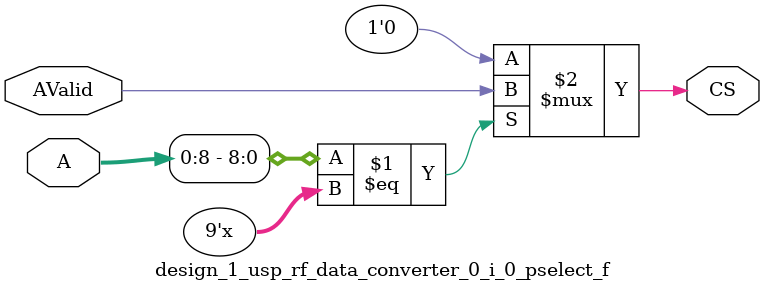
<source format=v>
`timescale 1 ps/1 ps

module design_1_usp_rf_data_converter_0_i_0_pselect_f ( A, AValid, CS) ;

parameter C_AB  = 9;
parameter C_AW  = 32;
parameter [0:C_AW - 1] C_BAR =  'bz;
parameter C_FAMILY  = "nofamily";
input[0:C_AW-1] A; 
input AValid; 
output CS; 
wire CS;
parameter [0:C_AB-1]BAR = C_BAR[0:C_AB-1];

//----------------------------------------------------------------------------
// Build a behavioral decoder
//----------------------------------------------------------------------------
generate
if (C_AB > 0) begin : XST_WA
assign CS = (A[0:C_AB - 1] == BAR[0:C_AB - 1]) ? AValid : 1'b0 ;
end
endgenerate

generate
if (C_AB == 0) begin : PASS_ON_GEN
assign CS = AValid ;
end
endgenerate
endmodule

</source>
